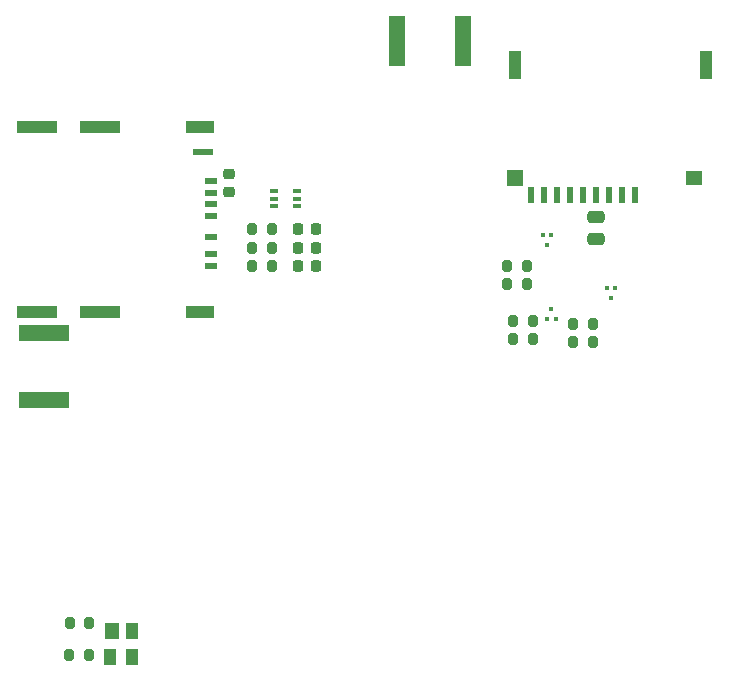
<source format=gbp>
G04 #@! TF.GenerationSoftware,KiCad,Pcbnew,(6.0.0)*
G04 #@! TF.CreationDate,2022-04-27T13:01:12+04:00*
G04 #@! TF.ProjectId,Gateway_STM32_ver_2_0,47617465-7761-4795-9f53-544d33325f76,rev?*
G04 #@! TF.SameCoordinates,Original*
G04 #@! TF.FileFunction,Paste,Bot*
G04 #@! TF.FilePolarity,Positive*
%FSLAX46Y46*%
G04 Gerber Fmt 4.6, Leading zero omitted, Abs format (unit mm)*
G04 Created by KiCad (PCBNEW (6.0.0)) date 2022-04-27 13:01:12*
%MOMM*%
%LPD*%
G01*
G04 APERTURE LIST*
G04 Aperture macros list*
%AMRoundRect*
0 Rectangle with rounded corners*
0 $1 Rounding radius*
0 $2 $3 $4 $5 $6 $7 $8 $9 X,Y pos of 4 corners*
0 Add a 4 corners polygon primitive as box body*
4,1,4,$2,$3,$4,$5,$6,$7,$8,$9,$2,$3,0*
0 Add four circle primitives for the rounded corners*
1,1,$1+$1,$2,$3*
1,1,$1+$1,$4,$5*
1,1,$1+$1,$6,$7*
1,1,$1+$1,$8,$9*
0 Add four rect primitives between the rounded corners*
20,1,$1+$1,$2,$3,$4,$5,0*
20,1,$1+$1,$4,$5,$6,$7,0*
20,1,$1+$1,$6,$7,$8,$9,0*
20,1,$1+$1,$8,$9,$2,$3,0*%
G04 Aperture macros list end*
%ADD10R,0.300000X0.300000*%
%ADD11R,1.200000X1.400000*%
%ADD12R,1.000000X1.400000*%
%ADD13R,1.350000X4.200000*%
%ADD14R,4.200000X1.350000*%
%ADD15RoundRect,0.200000X-0.200000X-0.275000X0.200000X-0.275000X0.200000X0.275000X-0.200000X0.275000X0*%
%ADD16RoundRect,0.225000X-0.225000X-0.250000X0.225000X-0.250000X0.225000X0.250000X-0.225000X0.250000X0*%
%ADD17RoundRect,0.200000X0.200000X0.275000X-0.200000X0.275000X-0.200000X-0.275000X0.200000X-0.275000X0*%
%ADD18R,0.650000X0.400000*%
%ADD19R,1.000000X0.550000*%
%ADD20R,3.400000X1.000000*%
%ADD21R,2.400000X1.000000*%
%ADD22R,1.800000X0.500000*%
%ADD23RoundRect,0.250000X0.475000X-0.250000X0.475000X0.250000X-0.475000X0.250000X-0.475000X-0.250000X0*%
%ADD24R,0.620000X1.400000*%
%ADD25R,1.350000X1.420000*%
%ADD26R,1.100000X2.400000*%
%ADD27R,1.350000X1.270000*%
%ADD28RoundRect,0.225000X0.250000X-0.225000X0.250000X0.225000X-0.250000X0.225000X-0.250000X-0.225000X0*%
G04 APERTURE END LIST*
D10*
X85975000Y-96165000D03*
X85275000Y-96165000D03*
X85625000Y-95315000D03*
D11*
X48430000Y-122640000D03*
D12*
X50150000Y-122640000D03*
X50150000Y-124840000D03*
X48250000Y-124840000D03*
D13*
X78175000Y-72627500D03*
X72525000Y-72627500D03*
D14*
X42650000Y-103015000D03*
X42650000Y-97365000D03*
D15*
X44825000Y-121910000D03*
X46475000Y-121910000D03*
D16*
X64125000Y-88590000D03*
X65675000Y-88590000D03*
D17*
X61925000Y-90140000D03*
X60275000Y-90140000D03*
D10*
X84925000Y-89040000D03*
X85625000Y-89040000D03*
X85275000Y-89890000D03*
D17*
X61925000Y-88590000D03*
X60275000Y-88590000D03*
D15*
X44785000Y-124650000D03*
X46435000Y-124650000D03*
X87465000Y-98090000D03*
X89115000Y-98090000D03*
D16*
X64125000Y-91690000D03*
X65675000Y-91690000D03*
D17*
X61925000Y-91690000D03*
X60275000Y-91690000D03*
D15*
X82395000Y-96320000D03*
X84045000Y-96320000D03*
D18*
X64050000Y-85340000D03*
X64050000Y-85990000D03*
X64050000Y-86640000D03*
X62150000Y-86640000D03*
X62150000Y-85990000D03*
X62150000Y-85340000D03*
D15*
X82395000Y-97850000D03*
X84045000Y-97850000D03*
D16*
X64125000Y-90140000D03*
X65675000Y-90140000D03*
D19*
X56805000Y-85480000D03*
X56805000Y-87480000D03*
X56805000Y-91670000D03*
D20*
X42105000Y-79965000D03*
X42105000Y-95615000D03*
X47405000Y-79965000D03*
D21*
X55905000Y-79965000D03*
X55905000Y-95615000D03*
D19*
X56805000Y-84480000D03*
D20*
X47405000Y-95615000D03*
D19*
X56805000Y-86480000D03*
X56805000Y-90670000D03*
X56805000Y-89265000D03*
D22*
X56105000Y-82065000D03*
D15*
X87465000Y-96570000D03*
X89115000Y-96570000D03*
D23*
X89400000Y-89450000D03*
X89400000Y-87550000D03*
D15*
X81895000Y-91700000D03*
X83545000Y-91700000D03*
D24*
X92715000Y-85662500D03*
X91615000Y-85662500D03*
X90515000Y-85662500D03*
X89415000Y-85662500D03*
X88315000Y-85662500D03*
X87215000Y-85662500D03*
X86115000Y-85662500D03*
X85015000Y-85662500D03*
D25*
X82535000Y-84262500D03*
D26*
X82535000Y-74662500D03*
X98685000Y-74662500D03*
D27*
X97685000Y-84262500D03*
D24*
X83915000Y-85662500D03*
D15*
X81895000Y-93220000D03*
X83545000Y-93220000D03*
D28*
X58350000Y-85465000D03*
X58350000Y-83915000D03*
D10*
X90325000Y-93565000D03*
X91025000Y-93565000D03*
X90675000Y-94415000D03*
M02*

</source>
